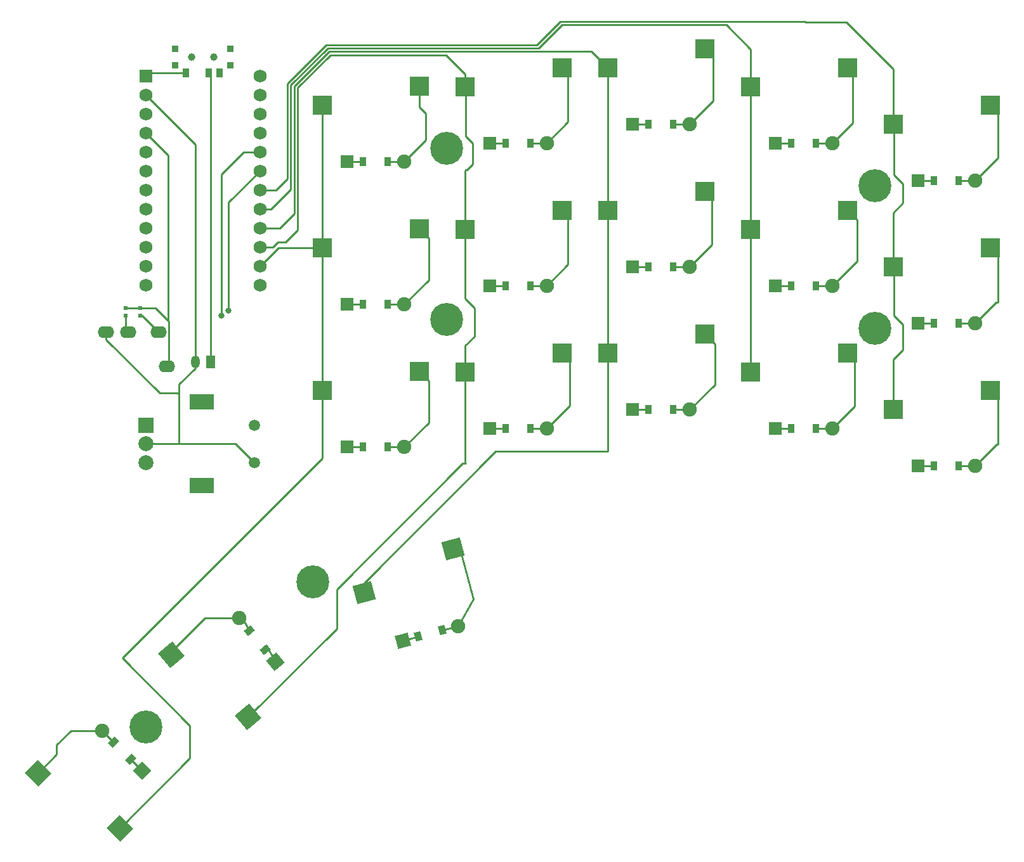
<source format=gbr>
%TF.GenerationSoftware,KiCad,Pcbnew,7.0.10*%
%TF.CreationDate,2024-01-22T21:29:34+02:00*%
%TF.ProjectId,juubo_right_final,6a757562-6f5f-4726-9967-68745f66696e,v1.0.0*%
%TF.SameCoordinates,Original*%
%TF.FileFunction,Copper,L2,Bot*%
%TF.FilePolarity,Positive*%
%FSLAX46Y46*%
G04 Gerber Fmt 4.6, Leading zero omitted, Abs format (unit mm)*
G04 Created by KiCad (PCBNEW 7.0.10) date 2024-01-22 21:29:34*
%MOMM*%
%LPD*%
G01*
G04 APERTURE LIST*
G04 Aperture macros list*
%AMRotRect*
0 Rectangle, with rotation*
0 The origin of the aperture is its center*
0 $1 length*
0 $2 width*
0 $3 Rotation angle, in degrees counterclockwise*
0 Add horizontal line*
21,1,$1,$2,0,0,$3*%
G04 Aperture macros list end*
%TA.AperFunction,SMDPad,CuDef*%
%ADD10R,0.900000X0.900000*%
%TD*%
%TA.AperFunction,WasherPad*%
%ADD11C,1.000000*%
%TD*%
%TA.AperFunction,SMDPad,CuDef*%
%ADD12R,0.900000X1.250000*%
%TD*%
%TA.AperFunction,ComponentPad*%
%ADD13R,1.778000X1.778000*%
%TD*%
%TA.AperFunction,SMDPad,CuDef*%
%ADD14R,0.900000X1.200000*%
%TD*%
%TA.AperFunction,ComponentPad*%
%ADD15C,1.905000*%
%TD*%
%TA.AperFunction,ComponentPad*%
%ADD16C,0.700000*%
%TD*%
%TA.AperFunction,ComponentPad*%
%ADD17C,4.400000*%
%TD*%
%TA.AperFunction,SMDPad,CuDef*%
%ADD18R,2.550000X2.500000*%
%TD*%
%TA.AperFunction,ComponentPad*%
%ADD19O,2.200000X1.600000*%
%TD*%
%TA.AperFunction,ComponentPad*%
%ADD20R,1.200000X1.700000*%
%TD*%
%TA.AperFunction,ComponentPad*%
%ADD21O,1.200000X1.700000*%
%TD*%
%TA.AperFunction,SMDPad,CuDef*%
%ADD22RotRect,2.550000X2.500000X135.000000*%
%TD*%
%TA.AperFunction,SMDPad,CuDef*%
%ADD23RotRect,2.550000X2.500000X130.000000*%
%TD*%
%TA.AperFunction,ComponentPad*%
%ADD24R,1.752600X1.752600*%
%TD*%
%TA.AperFunction,ComponentPad*%
%ADD25C,1.752600*%
%TD*%
%TA.AperFunction,ComponentPad*%
%ADD26RotRect,1.778000X1.778000X130.000000*%
%TD*%
%TA.AperFunction,SMDPad,CuDef*%
%ADD27RotRect,0.900000X1.200000X130.000000*%
%TD*%
%TA.AperFunction,ComponentPad*%
%ADD28RotRect,1.778000X1.778000X15.000000*%
%TD*%
%TA.AperFunction,SMDPad,CuDef*%
%ADD29RotRect,0.900000X1.200000X15.000000*%
%TD*%
%TA.AperFunction,SMDPad,CuDef*%
%ADD30RotRect,2.550000X2.500000X15.000000*%
%TD*%
%TA.AperFunction,ComponentPad*%
%ADD31RotRect,1.778000X1.778000X135.000000*%
%TD*%
%TA.AperFunction,SMDPad,CuDef*%
%ADD32RotRect,0.900000X1.200000X135.000000*%
%TD*%
%TA.AperFunction,ComponentPad*%
%ADD33R,3.200000X2.000000*%
%TD*%
%TA.AperFunction,ComponentPad*%
%ADD34C,1.500000*%
%TD*%
%TA.AperFunction,ComponentPad*%
%ADD35R,2.000000X2.000000*%
%TD*%
%TA.AperFunction,ComponentPad*%
%ADD36C,2.000000*%
%TD*%
%TA.AperFunction,SMDPad,CuDef*%
%ADD37R,0.500000X0.475000*%
%TD*%
%TA.AperFunction,ViaPad*%
%ADD38C,0.800000*%
%TD*%
%TA.AperFunction,Conductor*%
%ADD39C,0.250000*%
%TD*%
G04 APERTURE END LIST*
D10*
%TO.P,T1,*%
%TO.N,*%
X288252306Y-51209506D03*
X288252306Y-53409506D03*
D11*
X290452306Y-52309506D03*
X293452306Y-52309506D03*
D10*
X295652306Y-51209506D03*
X295652306Y-53409506D03*
D12*
%TO.P,T1,1*%
%TO.N,RAW*%
X289702306Y-54384506D03*
%TO.P,T1,2*%
%TO.N,B+*%
X292702306Y-54384506D03*
%TO.P,T1,3*%
%TO.N,N/C*%
X294202306Y-54384506D03*
%TD*%
D13*
%TO.P,D10,1*%
%TO.N,P16*%
X330242303Y-101899005D03*
D14*
X332402303Y-101899005D03*
%TO.P,D10,2*%
%TO.N,mirror_index_bottom*%
X335702303Y-101899005D03*
D15*
X337862303Y-101899005D03*
%TD*%
D16*
%TO.P,_2,1*%
%TO.N,N/C*%
X322877304Y-64514005D03*
X323360578Y-63347279D03*
X323360578Y-65680731D03*
X324527304Y-62864005D03*
D17*
X324527304Y-64514005D03*
D16*
X324527304Y-66164005D03*
X325694030Y-63347279D03*
X325694030Y-65680731D03*
X326177304Y-64514005D03*
%TD*%
D13*
%TO.P,D1,1*%
%TO.N,P16*%
X387392306Y-106899003D03*
D14*
X389552306Y-106899003D03*
%TO.P,D1,2*%
%TO.N,mirror_pinky_bottom*%
X392852306Y-106899003D03*
D15*
X395012306Y-106899003D03*
%TD*%
D13*
%TO.P,D8,1*%
%TO.N,P14*%
X349292303Y-80349006D03*
D14*
X351452303Y-80349006D03*
%TO.P,D8,2*%
%TO.N,mirror_middle_home*%
X354752303Y-80349006D03*
D15*
X356912303Y-80349006D03*
%TD*%
D18*
%TO.P,S13,1*%
%TO.N,P8*%
X307917303Y-96859003D03*
%TO.P,S13,2*%
%TO.N,mirror_inner_bottom*%
X320844303Y-94319003D03*
%TD*%
D19*
%TO.P,TRRS1,1*%
%TO.N,VCC*%
X287117306Y-93629005D03*
%TO.P,TRRS1,2*%
%TO.N,P2*%
X286017306Y-89029005D03*
%TO.P,TRRS1,3*%
%TO.N,P3*%
X282017306Y-89029005D03*
%TO.P,TRRS1,4*%
%TO.N,GND*%
X279017306Y-89029005D03*
%TD*%
D13*
%TO.P,D14,1*%
%TO.N,P14*%
X311192307Y-85349004D03*
D14*
X313352307Y-85349004D03*
%TO.P,D14,2*%
%TO.N,mirror_inner_home*%
X316652307Y-85349004D03*
D15*
X318812307Y-85349004D03*
%TD*%
D16*
%TO.P,_6,1*%
%TO.N,N/C*%
X322877308Y-87374005D03*
X323360582Y-86207279D03*
X323360582Y-88540731D03*
X324527308Y-85724005D03*
D17*
X324527308Y-87374005D03*
D16*
X324527308Y-89024005D03*
X325694034Y-86207279D03*
X325694034Y-88540731D03*
X326177308Y-87374005D03*
%TD*%
D18*
%TO.P,S4,1*%
%TO.N,P5*%
X365067304Y-94359007D03*
%TO.P,S4,2*%
%TO.N,mirror_ring_bottom*%
X377994304Y-91819007D03*
%TD*%
%TO.P,S6,1*%
%TO.N,P5*%
X365067305Y-56259003D03*
%TO.P,S6,2*%
%TO.N,mirror_ring_top*%
X377994305Y-53719003D03*
%TD*%
%TO.P,S14,1*%
%TO.N,P8*%
X307917305Y-77809004D03*
%TO.P,S14,2*%
%TO.N,mirror_inner_home*%
X320844305Y-75269004D03*
%TD*%
D13*
%TO.P,D2,1*%
%TO.N,P14*%
X387392303Y-87849005D03*
D14*
X389552303Y-87849005D03*
%TO.P,D2,2*%
%TO.N,mirror_pinky_home*%
X392852303Y-87849005D03*
D15*
X395012303Y-87849005D03*
%TD*%
D18*
%TO.P,S8,1*%
%TO.N,P6*%
X346017305Y-72809005D03*
%TO.P,S8,2*%
%TO.N,mirror_middle_home*%
X358944305Y-70269005D03*
%TD*%
D16*
%TO.P,_1,1*%
%TO.N,N/C*%
X380027304Y-69514005D03*
X380510578Y-68347279D03*
X380510578Y-70680731D03*
X381677304Y-67864005D03*
D17*
X381677304Y-69514005D03*
D16*
X381677304Y-71164005D03*
X382844030Y-68347279D03*
X382844030Y-70680731D03*
X383327304Y-69514005D03*
%TD*%
D13*
%TO.P,D12,1*%
%TO.N,P15*%
X330242306Y-63799006D03*
D14*
X332402306Y-63799006D03*
%TO.P,D12,2*%
%TO.N,mirror_index_top*%
X335702306Y-63799006D03*
D15*
X337862306Y-63799006D03*
%TD*%
D13*
%TO.P,D4,1*%
%TO.N,P16*%
X368342303Y-101899007D03*
D14*
X370502303Y-101899007D03*
%TO.P,D4,2*%
%TO.N,mirror_ring_bottom*%
X373802303Y-101899007D03*
D15*
X375962303Y-101899007D03*
%TD*%
D13*
%TO.P,D7,1*%
%TO.N,P16*%
X349292302Y-99399004D03*
D14*
X351452302Y-99399004D03*
%TO.P,D7,2*%
%TO.N,mirror_middle_bottom*%
X354752302Y-99399004D03*
D15*
X356912302Y-99399004D03*
%TD*%
D20*
%TO.P,JST1,1*%
%TO.N,B+*%
X292952304Y-93026507D03*
D21*
%TO.P,JST1,2*%
%TO.N,GND*%
X290952304Y-93026507D03*
%TD*%
D22*
%TO.P,S18,1*%
%TO.N,P8*%
X280860901Y-155295215D03*
%TO.P,S18,2*%
%TO.N,mirror_extra_cluster*%
X269924081Y-147950497D03*
%TD*%
D18*
%TO.P,S7,1*%
%TO.N,P6*%
X346017306Y-91859003D03*
%TO.P,S7,2*%
%TO.N,mirror_middle_bottom*%
X358944306Y-89319003D03*
%TD*%
D23*
%TO.P,S17,1*%
%TO.N,P7*%
X298000047Y-140442019D03*
%TO.P,S17,2*%
%TO.N,mirror_space_cluster*%
X287744979Y-132172043D03*
%TD*%
D13*
%TO.P,D13,1*%
%TO.N,P16*%
X311192301Y-104399010D03*
D14*
X313352301Y-104399010D03*
%TO.P,D13,2*%
%TO.N,mirror_inner_bottom*%
X316652301Y-104399010D03*
D15*
X318812301Y-104399010D03*
%TD*%
D24*
%TO.P,MCU1,1*%
%TO.N,RAW*%
X284332304Y-54854005D03*
D25*
%TO.P,MCU1,2*%
%TO.N,GND*%
X284332304Y-57394005D03*
%TO.P,MCU1,3*%
%TO.N,RST*%
X284332304Y-59934005D03*
%TO.P,MCU1,4*%
%TO.N,VCC*%
X284332304Y-62474005D03*
%TO.P,MCU1,5*%
%TO.N,P21*%
X284332304Y-65014005D03*
%TO.P,MCU1,6*%
%TO.N,P20*%
X284332304Y-67554005D03*
%TO.P,MCU1,7*%
%TO.N,P19*%
X284332304Y-70094005D03*
%TO.P,MCU1,8*%
%TO.N,P18*%
X284332304Y-72634005D03*
%TO.P,MCU1,9*%
%TO.N,P15*%
X284332304Y-75174005D03*
%TO.P,MCU1,10*%
%TO.N,P14*%
X284332304Y-77714005D03*
%TO.P,MCU1,11*%
%TO.N,P16*%
X284332304Y-80254005D03*
%TO.P,MCU1,12*%
%TO.N,P10*%
X284332304Y-82794005D03*
%TO.P,MCU1,13*%
%TO.N,P1*%
X299572304Y-54854005D03*
%TO.P,MCU1,14*%
%TO.N,P0*%
X299572304Y-57394005D03*
%TO.P,MCU1,15*%
%TO.N,GND*%
X299572304Y-59934005D03*
%TO.P,MCU1,16*%
X299572304Y-62474005D03*
%TO.P,MCU1,17*%
%TO.N,P2*%
X299572304Y-65014005D03*
%TO.P,MCU1,18*%
%TO.N,P3*%
X299572304Y-67554005D03*
%TO.P,MCU1,19*%
%TO.N,P4*%
X299572304Y-70094005D03*
%TO.P,MCU1,20*%
%TO.N,P5*%
X299572304Y-72634005D03*
%TO.P,MCU1,21*%
%TO.N,P6*%
X299572304Y-75174005D03*
%TO.P,MCU1,22*%
%TO.N,P7*%
X299572304Y-77714005D03*
%TO.P,MCU1,23*%
%TO.N,P8*%
X299572304Y-80254005D03*
%TO.P,MCU1,24*%
%TO.N,P9*%
X299572304Y-82794005D03*
%TD*%
D13*
%TO.P,D6,1*%
%TO.N,P15*%
X368342304Y-63799004D03*
D14*
X370502304Y-63799004D03*
%TO.P,D6,2*%
%TO.N,mirror_ring_top*%
X373802304Y-63799004D03*
D15*
X375962304Y-63799004D03*
%TD*%
D13*
%TO.P,D11,1*%
%TO.N,P14*%
X330242306Y-82849006D03*
D14*
X332402306Y-82849006D03*
%TO.P,D11,2*%
%TO.N,mirror_index_home*%
X335702306Y-82849006D03*
D15*
X337862306Y-82849006D03*
%TD*%
D18*
%TO.P,S12,1*%
%TO.N,P7*%
X326967307Y-56259004D03*
%TO.P,S12,2*%
%TO.N,mirror_index_top*%
X339894307Y-53719004D03*
%TD*%
D26*
%TO.P,D17,1*%
%TO.N,P10*%
X301670894Y-133086603D03*
D27*
X300282473Y-131431947D03*
%TO.P,D17,2*%
%TO.N,mirror_space_cluster*%
X298161273Y-128904001D03*
D15*
X296772852Y-127249345D03*
%TD*%
D13*
%TO.P,D15,1*%
%TO.N,P15*%
X311192302Y-66299007D03*
D14*
X313352302Y-66299007D03*
%TO.P,D15,2*%
%TO.N,mirror_inner_top*%
X316652302Y-66299007D03*
D15*
X318812302Y-66299007D03*
%TD*%
D28*
%TO.P,D16,1*%
%TO.N,P10*%
X318616224Y-130264736D03*
D29*
X320702623Y-129705686D03*
%TO.P,D16,2*%
%TO.N,mirror_layer_cluster*%
X323890179Y-128851584D03*
D15*
X325976578Y-128292534D03*
%TD*%
D30*
%TO.P,S16,1*%
%TO.N,P6*%
X313501321Y-123829286D03*
%TO.P,S16,2*%
%TO.N,mirror_layer_cluster*%
X325330444Y-118030081D03*
%TD*%
D31*
%TO.P,D18,1*%
%TO.N,P10*%
X283876713Y-147647856D03*
D32*
X282349362Y-146120505D03*
%TO.P,D18,2*%
%TO.N,mirror_extra_cluster*%
X280015910Y-143787053D03*
D15*
X278488559Y-142259702D03*
%TD*%
D13*
%TO.P,D3,1*%
%TO.N,P15*%
X387392303Y-68799001D03*
D14*
X389552303Y-68799001D03*
%TO.P,D3,2*%
%TO.N,mirror_pinky_top*%
X392852303Y-68799001D03*
D15*
X395012303Y-68799001D03*
%TD*%
D18*
%TO.P,S15,1*%
%TO.N,P8*%
X307917302Y-58759005D03*
%TO.P,S15,2*%
%TO.N,mirror_inner_top*%
X320844302Y-56219005D03*
%TD*%
D13*
%TO.P,D5,1*%
%TO.N,P14*%
X368342308Y-82849005D03*
D14*
X370502308Y-82849005D03*
%TO.P,D5,2*%
%TO.N,mirror_ring_home*%
X373802308Y-82849005D03*
D15*
X375962308Y-82849005D03*
%TD*%
D16*
%TO.P,_5,1*%
%TO.N,N/C*%
X285549019Y-142920846D03*
X284382293Y-143404120D03*
X286032293Y-141754120D03*
X283215567Y-142920846D03*
D17*
X284382293Y-141754120D03*
D16*
X285549019Y-140587394D03*
X282732293Y-141754120D03*
X284382293Y-140104120D03*
X283215567Y-140587394D03*
%TD*%
%TO.P,_4,1*%
%TO.N,N/C*%
X305048752Y-122807139D03*
X305213588Y-121555088D03*
X305817530Y-123809030D03*
X306215479Y-120786310D03*
D17*
X306642530Y-122380088D03*
D16*
X307069581Y-123973866D03*
X307467530Y-120951146D03*
X308071472Y-123205088D03*
X308236308Y-121953037D03*
%TD*%
D18*
%TO.P,S1,1*%
%TO.N,P4*%
X384117306Y-99359006D03*
%TO.P,S1,2*%
%TO.N,mirror_pinky_bottom*%
X397044306Y-96819006D03*
%TD*%
D13*
%TO.P,D9,1*%
%TO.N,P15*%
X349292304Y-61299004D03*
D14*
X351452304Y-61299004D03*
%TO.P,D9,2*%
%TO.N,mirror_middle_top*%
X354752304Y-61299004D03*
D15*
X356912304Y-61299004D03*
%TD*%
D18*
%TO.P,S2,1*%
%TO.N,P4*%
X384117307Y-80309002D03*
%TO.P,S2,2*%
%TO.N,mirror_pinky_home*%
X397044307Y-77769002D03*
%TD*%
%TO.P,S11,1*%
%TO.N,P7*%
X326967306Y-75309003D03*
%TO.P,S11,2*%
%TO.N,mirror_index_home*%
X339894306Y-72769003D03*
%TD*%
%TO.P,S9,1*%
%TO.N,P6*%
X346017303Y-53759002D03*
%TO.P,S9,2*%
%TO.N,mirror_middle_top*%
X358944303Y-51219002D03*
%TD*%
D16*
%TO.P,_3,1*%
%TO.N,N/C*%
X380027304Y-88564004D03*
X380510578Y-87397278D03*
X380510578Y-89730730D03*
X381677304Y-86914004D03*
D17*
X381677304Y-88564004D03*
D16*
X381677304Y-90214004D03*
X382844030Y-87397278D03*
X382844030Y-89730730D03*
X383327304Y-88564004D03*
%TD*%
D18*
%TO.P,S3,1*%
%TO.N,P4*%
X384117302Y-61259003D03*
%TO.P,S3,2*%
%TO.N,mirror_pinky_top*%
X397044302Y-58719003D03*
%TD*%
%TO.P,S5,1*%
%TO.N,P5*%
X365067305Y-75309003D03*
%TO.P,S5,2*%
%TO.N,mirror_ring_home*%
X377994305Y-72769003D03*
%TD*%
%TO.P,S10,1*%
%TO.N,P7*%
X326967308Y-94359004D03*
%TO.P,S10,2*%
%TO.N,mirror_index_bottom*%
X339894308Y-91819004D03*
%TD*%
D33*
%TO.P,ROT1,*%
%TO.N,*%
X291832305Y-98369002D03*
X291832305Y-109569002D03*
D34*
%TO.P,ROT1,1*%
%TO.N,P19*%
X298832305Y-101469002D03*
%TO.P,ROT1,2*%
%TO.N,GND*%
X298832305Y-106469002D03*
D35*
%TO.P,ROT1,A*%
%TO.N,P20*%
X284332305Y-101469002D03*
D36*
%TO.P,ROT1,B*%
%TO.N,P21*%
X284332305Y-106469002D03*
%TO.P,ROT1,C*%
%TO.N,GND*%
X284332305Y-103969002D03*
%TD*%
D37*
%TO.P,DISP1,1*%
%TO.N,VCC*%
X281664801Y-85837005D03*
%TO.P,DISP1,2*%
%TO.N,P3*%
X281664801Y-86861005D03*
%TD*%
%TO.P,DISP2,1*%
%TO.N,VCC*%
X283569806Y-85837009D03*
%TO.P,DISP2,2*%
%TO.N,P2*%
X283569806Y-86861009D03*
%TD*%
D38*
%TO.N,P2*%
X294400000Y-86800000D03*
%TO.N,P3*%
X295400000Y-86200000D03*
%TD*%
D39*
%TO.N,GND*%
X290952304Y-93026507D02*
X290952304Y-64014005D01*
X288800000Y-103969002D02*
X296332305Y-103969002D01*
X284332305Y-103969002D02*
X288800000Y-103969002D01*
X286200000Y-97200000D02*
X288600000Y-97200000D01*
X296332305Y-103969002D02*
X298832305Y-106469002D01*
X290952304Y-64014005D02*
X284332304Y-57394005D01*
X288800000Y-96000000D02*
X290952304Y-93847696D01*
X279017306Y-89029005D02*
X279017306Y-90017306D01*
X288800000Y-103969002D02*
X288800000Y-97400000D01*
X290952304Y-93847696D02*
X290952304Y-93026507D01*
X279017306Y-90017306D02*
X286200000Y-97200000D01*
X288600000Y-97200000D02*
X288800000Y-97400000D01*
X288800000Y-97400000D02*
X288800000Y-96000000D01*
%TO.N,P4*%
X385400000Y-71800000D02*
X384117307Y-73082693D01*
X384117302Y-53917302D02*
X377800000Y-47600000D01*
X372400000Y-47600000D02*
X372350000Y-47550000D01*
X384202304Y-61344005D02*
X384202304Y-68002304D01*
X384117307Y-73082693D02*
X384117307Y-80309002D01*
X372350000Y-47550000D02*
X339650000Y-47550000D01*
X384117307Y-80309002D02*
X384202304Y-80393999D01*
X308440812Y-50650000D02*
X303250000Y-55840812D01*
X339650000Y-47550000D02*
X336550000Y-50650000D01*
X384202304Y-80393999D02*
X384202304Y-86802304D01*
X301705995Y-70094005D02*
X299572304Y-70094005D01*
X303250000Y-68550000D02*
X301705995Y-70094005D01*
X385400000Y-91400000D02*
X384117306Y-92682694D01*
X384117302Y-61259003D02*
X384202304Y-61344005D01*
X384117306Y-92682694D02*
X384117306Y-99359006D01*
X377800000Y-47600000D02*
X372400000Y-47600000D01*
X303250000Y-55840812D02*
X303250000Y-68550000D01*
X385400000Y-69200000D02*
X385400000Y-71800000D01*
X384117302Y-61259003D02*
X384117302Y-53917302D01*
X385400000Y-88000000D02*
X385400000Y-91400000D01*
X384202304Y-86802304D02*
X385400000Y-88000000D01*
X336550000Y-50650000D02*
X308440812Y-50650000D01*
X384202304Y-68002304D02*
X385400000Y-69200000D01*
%TO.N,mirror_pinky_bottom*%
X398087144Y-104044341D02*
X398087146Y-97861846D01*
X395012305Y-106899000D02*
X392852304Y-106899005D01*
X395012307Y-106899003D02*
X397866967Y-104044345D01*
X397866967Y-104044345D02*
X398087144Y-104044341D01*
X398087146Y-97861846D02*
X397044306Y-96819007D01*
%TO.N,mirror_pinky_home*%
X397816966Y-85044344D02*
X398087147Y-85044342D01*
X392852305Y-87849003D02*
X395012306Y-87849005D01*
X395012307Y-87849002D02*
X397816966Y-85044344D01*
X398087147Y-85044342D02*
X398087145Y-78811845D01*
X398087145Y-78811845D02*
X397044305Y-77769005D01*
%TO.N,mirror_pinky_top*%
X398087145Y-59761845D02*
X397044306Y-58719006D01*
X395012303Y-68799003D02*
X398087146Y-65724164D01*
X398087146Y-65724164D02*
X398087145Y-59761845D01*
X395012308Y-68799003D02*
X392852305Y-68799006D01*
%TO.N,P5*%
X303700000Y-56027208D02*
X303700000Y-70000000D01*
X336800000Y-51100000D02*
X308627208Y-51100000D01*
X365067305Y-51267305D02*
X361800000Y-48000000D01*
X361800000Y-48000000D02*
X339900000Y-48000000D01*
X308627208Y-51100000D02*
X303700000Y-56027208D01*
X339900000Y-48000000D02*
X336800000Y-51100000D01*
X365067305Y-56259003D02*
X365067305Y-51267305D01*
X303700000Y-70000000D02*
X301065995Y-72634005D01*
X301065995Y-72634005D02*
X299572304Y-72634005D01*
X365067305Y-75309003D02*
X365067304Y-94359007D01*
X365067305Y-56259003D02*
X365067305Y-75309003D01*
%TO.N,mirror_ring_bottom*%
X375962303Y-101899006D02*
X378887147Y-98974163D01*
X378887147Y-98974163D02*
X378887146Y-92711847D01*
X373802302Y-101899004D02*
X375962306Y-101899006D01*
X378887146Y-92711847D02*
X377994303Y-91819006D01*
%TO.N,mirror_ring_home*%
X379287146Y-79524165D02*
X379287149Y-74061847D01*
X379287149Y-74061847D02*
X377994304Y-72769004D01*
X375962303Y-82849004D02*
X379287146Y-79524165D01*
X375962303Y-82849008D02*
X373802307Y-82849003D01*
%TO.N,mirror_ring_top*%
X375962305Y-63799006D02*
X378687146Y-61074163D01*
X373802305Y-63799004D02*
X375962308Y-63799004D01*
X378687147Y-54411846D02*
X377994303Y-53719004D01*
X378687146Y-61074163D02*
X378687147Y-54411846D01*
%TO.N,P6*%
X331036512Y-105000000D02*
X346000000Y-105000000D01*
X343808301Y-51550000D02*
X308813604Y-51550000D01*
X304150000Y-73250000D02*
X302225995Y-75174005D01*
X346017306Y-104982694D02*
X346017306Y-91859003D01*
X313501321Y-123829286D02*
X313501321Y-122535191D01*
X313501321Y-122535191D02*
X331036512Y-105000000D01*
X346017305Y-72809005D02*
X346017306Y-91859003D01*
X346017303Y-53759002D02*
X346017303Y-72809003D01*
X308813604Y-51550000D02*
X304150000Y-56213604D01*
X302225995Y-75174005D02*
X299572304Y-75174005D01*
X304150000Y-56213604D02*
X304150000Y-73250000D01*
X346017303Y-72809003D02*
X346017305Y-72809005D01*
X346000000Y-105000000D02*
X346017306Y-104982694D01*
X346017303Y-53759002D02*
X343808301Y-51550000D01*
%TO.N,mirror_middle_bottom*%
X360287144Y-96044343D02*
X360287143Y-90661848D01*
X356912304Y-99399004D02*
X354752305Y-99399003D01*
X360287143Y-90661848D02*
X358944305Y-89319003D01*
X360266967Y-96044342D02*
X360287144Y-96044343D01*
X356912304Y-99399005D02*
X360266967Y-96044342D01*
%TO.N,mirror_middle_home*%
X359887147Y-71211846D02*
X358944306Y-70269007D01*
X359887146Y-77374164D02*
X359887147Y-71211846D01*
X356912303Y-80349003D02*
X359887146Y-77374164D01*
X354752305Y-80349002D02*
X356912303Y-80349003D01*
%TO.N,mirror_middle_top*%
X356912304Y-61299002D02*
X360087147Y-58124160D01*
X360087146Y-52361844D02*
X358944304Y-51219004D01*
X360087147Y-58124160D02*
X360087146Y-52361844D01*
X356912305Y-61299007D02*
X354752305Y-61299006D01*
%TO.N,P7*%
X326967306Y-67432694D02*
X326967306Y-75309003D01*
X327200000Y-67400000D02*
X327000000Y-67400000D01*
X328000000Y-66600000D02*
X327200000Y-67400000D01*
X327000000Y-67400000D02*
X326967306Y-67432694D01*
X327052304Y-62852304D02*
X328000000Y-63800000D01*
X304600000Y-56400000D02*
X304600000Y-75400000D01*
X309800000Y-128642066D02*
X309800000Y-123400000D01*
X304600000Y-75400000D02*
X303000000Y-77000000D01*
X326967306Y-75309003D02*
X326967306Y-84567306D01*
X324400000Y-52000000D02*
X309000000Y-52000000D01*
X328000000Y-63800000D02*
X328000000Y-66600000D01*
X309800000Y-123400000D02*
X326600000Y-106600000D01*
X326967307Y-56259004D02*
X327052304Y-56344001D01*
X298000047Y-140442019D02*
X309800000Y-128642066D01*
X327000000Y-106600000D02*
X326967308Y-106567308D01*
X326967308Y-90832692D02*
X326967308Y-94359004D01*
X326967306Y-84567306D02*
X328200000Y-85800000D01*
X301285995Y-77714005D02*
X299572304Y-77714005D01*
X327052304Y-56344001D02*
X327052304Y-62852304D01*
X303000000Y-77000000D02*
X302000000Y-77000000D01*
X302000000Y-77000000D02*
X301285995Y-77714005D01*
X326967308Y-106567308D02*
X326967308Y-94359004D01*
X326600000Y-106600000D02*
X327000000Y-106600000D01*
X326967307Y-54567307D02*
X324400000Y-52000000D01*
X326967307Y-56259004D02*
X326967307Y-54567307D01*
X309000000Y-52000000D02*
X304600000Y-56400000D01*
X328200000Y-89600000D02*
X326967308Y-90832692D01*
X328200000Y-85800000D02*
X328200000Y-89600000D01*
%TO.N,mirror_index_bottom*%
X340887146Y-92811843D02*
X339894307Y-91819005D01*
X337862306Y-101899005D02*
X340887141Y-98874168D01*
X340887141Y-98874168D02*
X340887146Y-92811843D01*
X335702304Y-101899003D02*
X337862303Y-101899006D01*
%TO.N,mirror_index_home*%
X337862302Y-82849006D02*
X335702302Y-82849006D01*
X337862304Y-82849002D02*
X340687146Y-80024163D01*
X340687146Y-80024163D02*
X340687146Y-73561850D01*
X340687146Y-73561850D02*
X339894304Y-72769006D01*
%TO.N,mirror_index_top*%
X337862308Y-63799006D02*
X340687146Y-60974168D01*
X340687144Y-54511846D02*
X339894306Y-53719006D01*
X335702303Y-63799006D02*
X337862305Y-63799002D01*
X340687146Y-60974168D02*
X340687144Y-54511846D01*
%TO.N,P8*%
X290200000Y-145956116D02*
X290200000Y-141600000D01*
X280860901Y-155295215D02*
X290200000Y-145956116D01*
X307917305Y-96859001D02*
X307917303Y-96859003D01*
X281200000Y-132600000D02*
X307917303Y-105882697D01*
X307917305Y-77809004D02*
X307917305Y-96859001D01*
X307917302Y-58759005D02*
X307917302Y-77809001D01*
X307917302Y-77809001D02*
X307917305Y-77809004D01*
X307917303Y-105882697D02*
X307917303Y-96859003D01*
X307917305Y-77809004D02*
X302017305Y-77809004D01*
X302017305Y-77809004D02*
X299572304Y-80254005D01*
X290200000Y-141600000D02*
X281200000Y-132600000D01*
%TO.N,mirror_inner_bottom*%
X322087146Y-95561848D02*
X320844306Y-94319006D01*
X322087145Y-101124166D02*
X322087146Y-95561848D01*
X318812303Y-104399008D02*
X316652303Y-104399006D01*
X318812303Y-104399008D02*
X322087145Y-101124166D01*
%TO.N,mirror_inner_home*%
X322087146Y-82074170D02*
X322087146Y-76511848D01*
X318812307Y-85349005D02*
X322087146Y-82074170D01*
X322087146Y-76511848D02*
X320844306Y-75269003D01*
X316652307Y-85349005D02*
X318812309Y-85349001D01*
%TO.N,mirror_inner_top*%
X320844303Y-59001500D02*
X320844301Y-56219004D01*
X321687148Y-63424162D02*
X321687144Y-59844342D01*
X318812301Y-66299007D02*
X321687148Y-63424162D01*
X321687144Y-59844342D02*
X320844303Y-59001500D01*
X318812306Y-66299004D02*
X316652306Y-66299008D01*
%TO.N,mirror_layer_cluster*%
X328057332Y-124688565D02*
X326445729Y-118673989D01*
X325976578Y-128292532D02*
X328057332Y-124688565D01*
X323890180Y-128851580D02*
X325976578Y-128292531D01*
X326445729Y-118673989D02*
X325330442Y-118030081D01*
%TO.N,mirror_space_cluster*%
X292279872Y-127249344D02*
X292223661Y-127193133D01*
X297285222Y-127386636D02*
X296772851Y-127249345D01*
X287744978Y-131671816D02*
X287744979Y-132172041D01*
X298161270Y-128904002D02*
X297285222Y-127386636D01*
X292223661Y-127193133D02*
X287744978Y-131671816D01*
X296772852Y-127249344D02*
X292279872Y-127249344D01*
%TO.N,mirror_extra_cluster*%
X278488558Y-142259699D02*
X280015908Y-143787050D01*
X278488560Y-142259699D02*
X274328669Y-142259698D01*
X272424672Y-144163695D02*
X272424671Y-145449902D01*
X272424671Y-145449902D02*
X269924081Y-147950492D01*
X274328669Y-142259698D02*
X272424672Y-144163695D01*
%TO.N,P16*%
X389552299Y-106899006D02*
X387392306Y-106899005D01*
X351452300Y-99399003D02*
X349292307Y-99399008D01*
X313352305Y-104399004D02*
X311192305Y-104399008D01*
X330242305Y-101899003D02*
X332402305Y-101899002D01*
X368342302Y-101899010D02*
X370502306Y-101899006D01*
%TO.N,P14*%
X387392305Y-87849004D02*
X389552305Y-87849006D01*
X311192306Y-85349004D02*
X313352307Y-85349003D01*
X332402301Y-82849002D02*
X330242304Y-82849003D01*
X349292304Y-80349004D02*
X351452306Y-80349006D01*
X370502305Y-82849007D02*
X368342301Y-82849002D01*
%TO.N,P15*%
X330242304Y-63799005D02*
X332402305Y-63799004D01*
X389552306Y-68799003D02*
X387392304Y-68799003D01*
X313352305Y-66299002D02*
X311192304Y-66299005D01*
X351452301Y-61299007D02*
X349292301Y-61299007D01*
X368342305Y-63799002D02*
X370502302Y-63799007D01*
%TO.N,P10*%
X282349360Y-146120503D02*
X283876714Y-147647854D01*
X301670896Y-133086603D02*
X300794841Y-131569237D01*
X300794841Y-131569237D02*
X300282469Y-131431949D01*
X318616223Y-130264736D02*
X320702621Y-129705685D01*
%TO.N,RAW*%
X284801803Y-54384506D02*
X284332304Y-54854005D01*
X289702306Y-54384506D02*
X284801803Y-54384506D01*
%TO.N,VCC*%
X287117306Y-93629005D02*
X287442306Y-93304005D01*
X283569806Y-85837009D02*
X281664805Y-85837009D01*
X287300000Y-87500000D02*
X287300000Y-65441701D01*
X287442306Y-87642306D02*
X287300000Y-87500000D01*
X281664805Y-85837009D02*
X281664801Y-85837005D01*
X285637009Y-85837009D02*
X283569806Y-85837009D01*
X287300000Y-65441701D02*
X284332304Y-62474005D01*
X287442306Y-93304005D02*
X287442306Y-87642306D01*
X287300000Y-87500000D02*
X285637009Y-85837009D01*
%TO.N,P2*%
X294400000Y-86800000D02*
X294400000Y-68000000D01*
X283849310Y-86861009D02*
X286017306Y-89029005D01*
X294400000Y-68000000D02*
X297385995Y-65014005D01*
X283569806Y-86861009D02*
X283849310Y-86861009D01*
X297385995Y-65014005D02*
X299572304Y-65014005D01*
%TO.N,P3*%
X281664801Y-88676500D02*
X282017306Y-89029005D01*
X295400000Y-86200000D02*
X295400000Y-71726309D01*
X295400000Y-71726309D02*
X299572304Y-67554005D01*
X281664801Y-86861005D02*
X281664801Y-88676500D01*
%TO.N,B+*%
X292952304Y-54634504D02*
X292702306Y-54384506D01*
X292952304Y-93026507D02*
X292952304Y-54634504D01*
%TD*%
M02*

</source>
